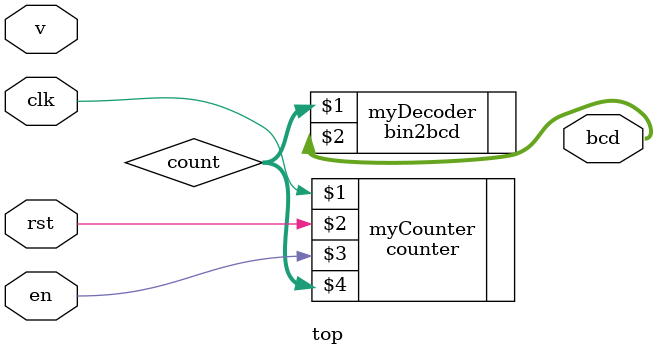
<source format=sv>
module top #(parameter WIDTH = 8, parameter DIGITS = 3)
(input wire clk, // Clock
 input wire rst, // Reset
 input wire en, // Enable
 input wire[WIDTH-1:0] v, // Value to preload
 output wire [11:0] bcd // Count output
);

    wire[WIDTH-1:0] count; // Interconnect wire

    counter myCounter(clk, rst, en, count);
    bin2bcd myDecoder(count, bcd);

endmodule
</source>
